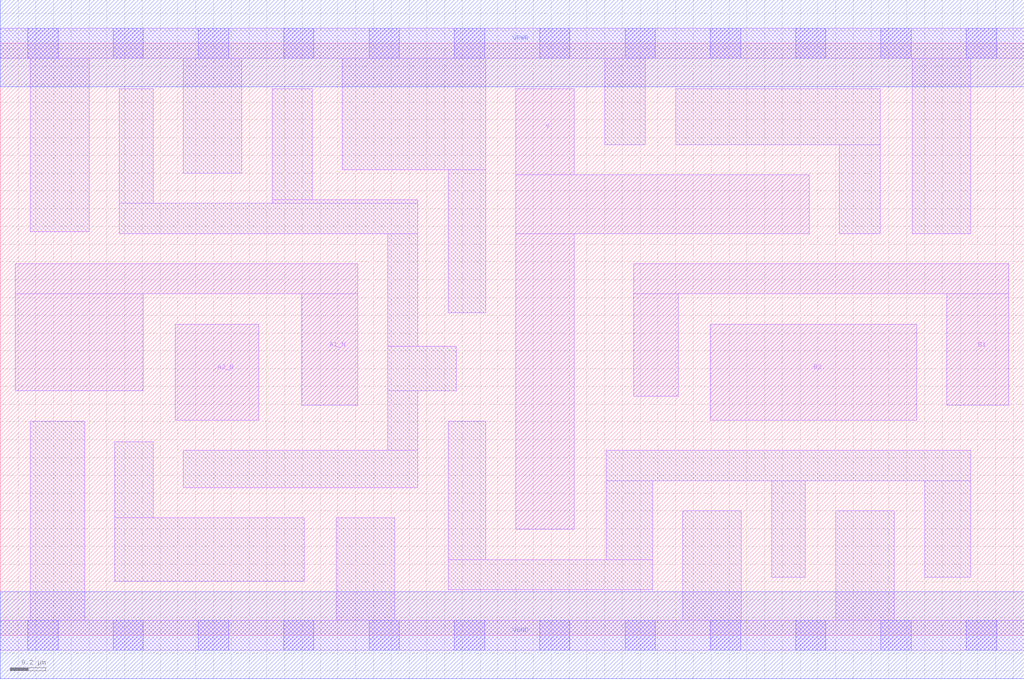
<source format=lef>
# Copyright 2020 The SkyWater PDK Authors
#
# Licensed under the Apache License, Version 2.0 (the "License");
# you may not use this file except in compliance with the License.
# You may obtain a copy of the License at
#
#     https://www.apache.org/licenses/LICENSE-2.0
#
# Unless required by applicable law or agreed to in writing, software
# distributed under the License is distributed on an "AS IS" BASIS,
# WITHOUT WARRANTIES OR CONDITIONS OF ANY KIND, either express or implied.
# See the License for the specific language governing permissions and
# limitations under the License.
#
# SPDX-License-Identifier: Apache-2.0

VERSION 5.7 ;
  NAMESCASESENSITIVE ON ;
  NOWIREEXTENSIONATPIN ON ;
  DIVIDERCHAR "/" ;
  BUSBITCHARS "[]" ;
UNITS
  DATABASE MICRONS 200 ;
END UNITS
MACRO sky130_fd_sc_lp__o2bb2ai_2
  CLASS CORE ;
  SOURCE USER ;
  FOREIGN sky130_fd_sc_lp__o2bb2ai_2 ;
  ORIGIN  0.000000  0.000000 ;
  SIZE  5.760000 BY  3.330000 ;
  SYMMETRY X Y R90 ;
  SITE unit ;
  PIN A1_N
    ANTENNAGATEAREA  0.630000 ;
    DIRECTION INPUT ;
    USE SIGNAL ;
    PORT
      LAYER li1 ;
        RECT 0.085000 1.375000 0.805000 1.920000 ;
        RECT 0.085000 1.920000 2.010000 2.090000 ;
        RECT 1.695000 1.295000 2.010000 1.920000 ;
    END
  END A1_N
  PIN A2_N
    ANTENNAGATEAREA  0.630000 ;
    DIRECTION INPUT ;
    USE SIGNAL ;
    PORT
      LAYER li1 ;
        RECT 0.985000 1.210000 1.455000 1.750000 ;
    END
  END A2_N
  PIN B1
    ANTENNAGATEAREA  0.630000 ;
    DIRECTION INPUT ;
    USE SIGNAL ;
    PORT
      LAYER li1 ;
        RECT 3.565000 1.345000 3.815000 1.920000 ;
        RECT 3.565000 1.920000 5.675000 2.090000 ;
        RECT 5.325000 1.295000 5.675000 1.920000 ;
    END
  END B1
  PIN B2
    ANTENNAGATEAREA  0.630000 ;
    DIRECTION INPUT ;
    USE SIGNAL ;
    PORT
      LAYER li1 ;
        RECT 3.995000 1.210000 5.155000 1.750000 ;
    END
  END B2
  PIN Y
    ANTENNADIFFAREA  0.991200 ;
    DIRECTION OUTPUT ;
    USE SIGNAL ;
    PORT
      LAYER li1 ;
        RECT 2.900000 0.595000 3.230000 2.260000 ;
        RECT 2.900000 2.260000 4.550000 2.590000 ;
        RECT 2.900000 2.590000 3.230000 3.075000 ;
    END
  END Y
  PIN VGND
    DIRECTION INOUT ;
    USE GROUND ;
    PORT
      LAYER met1 ;
        RECT 0.000000 -0.245000 5.760000 0.245000 ;
    END
  END VGND
  PIN VPWR
    DIRECTION INOUT ;
    USE POWER ;
    PORT
      LAYER met1 ;
        RECT 0.000000 3.085000 5.760000 3.575000 ;
    END
  END VPWR
  OBS
    LAYER li1 ;
      RECT 0.000000 -0.085000 5.760000 0.085000 ;
      RECT 0.000000  3.245000 5.760000 3.415000 ;
      RECT 0.170000  0.085000 0.475000 1.205000 ;
      RECT 0.170000  2.270000 0.500000 3.245000 ;
      RECT 0.645000  0.305000 1.710000 0.660000 ;
      RECT 0.645000  0.660000 0.860000 1.090000 ;
      RECT 0.670000  2.260000 2.350000 2.430000 ;
      RECT 0.670000  2.430000 0.860000 3.075000 ;
      RECT 1.030000  0.830000 2.350000 1.040000 ;
      RECT 1.030000  2.600000 1.360000 3.245000 ;
      RECT 1.530000  2.430000 2.350000 2.450000 ;
      RECT 1.530000  2.450000 1.755000 3.075000 ;
      RECT 1.890000  0.085000 2.220000 0.660000 ;
      RECT 1.925000  2.620000 2.730000 3.245000 ;
      RECT 2.180000  1.040000 2.350000 1.375000 ;
      RECT 2.180000  1.375000 2.565000 1.625000 ;
      RECT 2.180000  1.625000 2.350000 2.260000 ;
      RECT 2.520000  0.255000 3.670000 0.425000 ;
      RECT 2.520000  0.425000 2.730000 1.205000 ;
      RECT 2.520000  1.815000 2.730000 2.620000 ;
      RECT 3.400000  2.760000 3.630000 3.245000 ;
      RECT 3.410000  0.425000 3.670000 0.870000 ;
      RECT 3.410000  0.870000 5.460000 1.040000 ;
      RECT 3.800000  2.760000 4.950000 3.075000 ;
      RECT 3.840000  0.085000 4.170000 0.700000 ;
      RECT 4.340000  0.325000 4.530000 0.870000 ;
      RECT 4.700000  0.085000 5.030000 0.700000 ;
      RECT 4.720000  2.260000 4.950000 2.760000 ;
      RECT 5.130000  2.260000 5.460000 3.245000 ;
      RECT 5.200000  0.325000 5.460000 0.870000 ;
    LAYER mcon ;
      RECT 0.155000 -0.085000 0.325000 0.085000 ;
      RECT 0.155000  3.245000 0.325000 3.415000 ;
      RECT 0.635000 -0.085000 0.805000 0.085000 ;
      RECT 0.635000  3.245000 0.805000 3.415000 ;
      RECT 1.115000 -0.085000 1.285000 0.085000 ;
      RECT 1.115000  3.245000 1.285000 3.415000 ;
      RECT 1.595000 -0.085000 1.765000 0.085000 ;
      RECT 1.595000  3.245000 1.765000 3.415000 ;
      RECT 2.075000 -0.085000 2.245000 0.085000 ;
      RECT 2.075000  3.245000 2.245000 3.415000 ;
      RECT 2.555000 -0.085000 2.725000 0.085000 ;
      RECT 2.555000  3.245000 2.725000 3.415000 ;
      RECT 3.035000 -0.085000 3.205000 0.085000 ;
      RECT 3.035000  3.245000 3.205000 3.415000 ;
      RECT 3.515000 -0.085000 3.685000 0.085000 ;
      RECT 3.515000  3.245000 3.685000 3.415000 ;
      RECT 3.995000 -0.085000 4.165000 0.085000 ;
      RECT 3.995000  3.245000 4.165000 3.415000 ;
      RECT 4.475000 -0.085000 4.645000 0.085000 ;
      RECT 4.475000  3.245000 4.645000 3.415000 ;
      RECT 4.955000 -0.085000 5.125000 0.085000 ;
      RECT 4.955000  3.245000 5.125000 3.415000 ;
      RECT 5.435000 -0.085000 5.605000 0.085000 ;
      RECT 5.435000  3.245000 5.605000 3.415000 ;
  END
END sky130_fd_sc_lp__o2bb2ai_2
END LIBRARY

</source>
